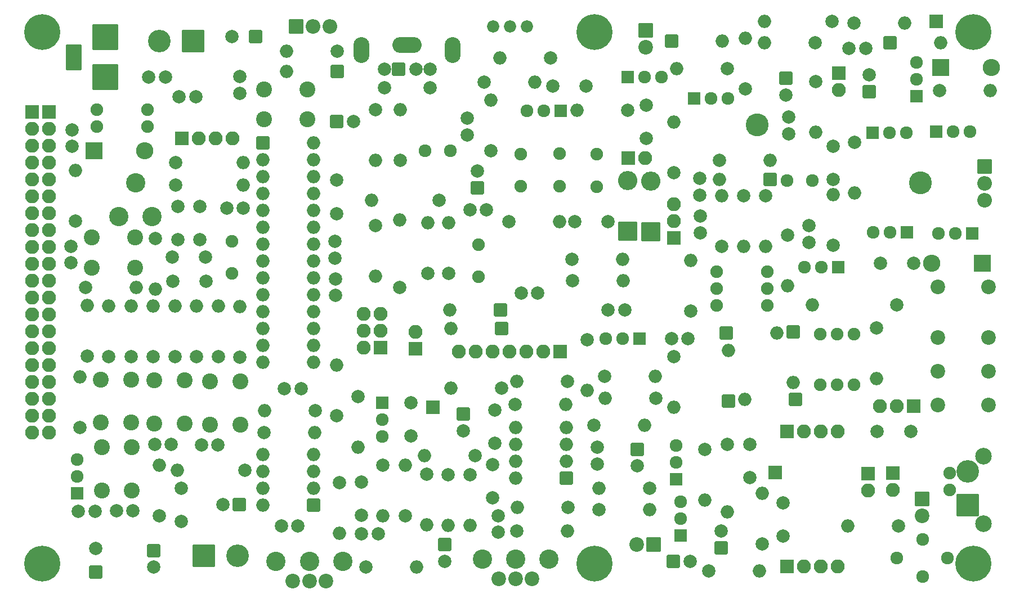
<source format=gbr>
%TF.GenerationSoftware,KiCad,Pcbnew,(6.0.11)*%
%TF.CreationDate,2023-02-05T16:44:35-06:00*%
%TF.ProjectId,RFBitBanger,52464269-7442-4616-9e67-65722e6b6963,rev?*%
%TF.SameCoordinates,Original*%
%TF.FileFunction,Soldermask,Bot*%
%TF.FilePolarity,Negative*%
%FSLAX46Y46*%
G04 Gerber Fmt 4.6, Leading zero omitted, Abs format (unit mm)*
G04 Created by KiCad (PCBNEW (6.0.11)) date 2023-02-05 16:44:35*
%MOMM*%
%LPD*%
G01*
G04 APERTURE LIST*
G04 Aperture macros list*
%AMRoundRect*
0 Rectangle with rounded corners*
0 $1 Rounding radius*
0 $2 $3 $4 $5 $6 $7 $8 $9 X,Y pos of 4 corners*
0 Add a 4 corners polygon primitive as box body*
4,1,4,$2,$3,$4,$5,$6,$7,$8,$9,$2,$3,0*
0 Add four circle primitives for the rounded corners*
1,1,$1+$1,$2,$3*
1,1,$1+$1,$4,$5*
1,1,$1+$1,$6,$7*
1,1,$1+$1,$8,$9*
0 Add four rect primitives between the rounded corners*
20,1,$1+$1,$2,$3,$4,$5,0*
20,1,$1+$1,$4,$5,$6,$7,0*
20,1,$1+$1,$6,$7,$8,$9,0*
20,1,$1+$1,$8,$9,$2,$3,0*%
G04 Aperture macros list end*
%ADD10C,1.924000*%
%ADD11RoundRect,0.200000X0.800000X0.800000X-0.800000X0.800000X-0.800000X-0.800000X0.800000X-0.800000X0*%
%ADD12C,2.000000*%
%ADD13O,2.000000X2.000000*%
%ADD14C,1.900000*%
%ADD15RoundRect,0.200000X0.850000X0.850000X-0.850000X0.850000X-0.850000X-0.850000X0.850000X-0.850000X0*%
%ADD16O,2.100000X2.100000*%
%ADD17C,1.920000*%
%ADD18RoundRect,0.200000X-0.760000X0.760000X-0.760000X-0.760000X0.760000X-0.760000X0.760000X0.760000X0*%
%ADD19RoundRect,0.200000X-0.760000X-0.760000X0.760000X-0.760000X0.760000X0.760000X-0.760000X0.760000X0*%
%ADD20RoundRect,0.200000X-0.850000X-0.850000X0.850000X-0.850000X0.850000X0.850000X-0.850000X0.850000X0*%
%ADD21RoundRect,0.200000X-0.850000X0.850000X-0.850000X-0.850000X0.850000X-0.850000X0.850000X0.850000X0*%
%ADD22RoundRect,0.200000X-0.800000X-0.800000X0.800000X-0.800000X0.800000X0.800000X-0.800000X0.800000X0*%
%ADD23RoundRect,0.200000X0.800000X-0.800000X0.800000X0.800000X-0.800000X0.800000X-0.800000X-0.800000X0*%
%ADD24RoundRect,0.200000X-0.800000X0.800000X-0.800000X-0.800000X0.800000X-0.800000X0.800000X0.800000X0*%
%ADD25RoundRect,0.200000X-1.100000X-1.100000X1.100000X-1.100000X1.100000X1.100000X-1.100000X1.100000X0*%
%ADD26O,2.600000X2.600000*%
%ADD27RoundRect,0.200000X0.900000X0.900000X-0.900000X0.900000X-0.900000X-0.900000X0.900000X-0.900000X0*%
%ADD28C,2.200000*%
%ADD29RoundRect,0.200000X1.250000X-1.250000X1.250000X1.250000X-1.250000X1.250000X-1.250000X-1.250000X0*%
%ADD30O,2.900000X2.900000*%
%ADD31RoundRect,0.200000X1.500000X1.500000X-1.500000X1.500000X-1.500000X-1.500000X1.500000X-1.500000X0*%
%ADD32C,3.400000*%
%ADD33RoundRect,0.200000X-1.750000X1.750000X-1.750000X-1.750000X1.750000X-1.750000X1.750000X1.750000X0*%
%ADD34RoundRect,0.200000X-1.000000X1.750000X-1.000000X-1.750000X1.000000X-1.750000X1.000000X1.750000X0*%
%ADD35RoundRect,0.200000X0.850000X-0.850000X0.850000X0.850000X-0.850000X0.850000X-0.850000X-0.850000X0*%
%ADD36RoundRect,0.200000X-1.500000X-1.500000X1.500000X-1.500000X1.500000X1.500000X-1.500000X1.500000X0*%
%ADD37RoundRect,0.200000X0.760000X0.760000X-0.760000X0.760000X-0.760000X-0.760000X0.760000X-0.760000X0*%
%ADD38RoundRect,0.200000X0.760000X-0.760000X0.760000X0.760000X-0.760000X0.760000X-0.760000X-0.760000X0*%
%ADD39C,2.400000*%
%ADD40RoundRect,0.200000X-0.900000X-0.900000X0.900000X-0.900000X0.900000X0.900000X-0.900000X0.900000X0*%
%ADD41O,2.200000X2.200000*%
%ADD42C,2.900000*%
%ADD43C,2.500000*%
%ADD44RoundRect,0.200000X1.500000X-1.500000X1.500000X1.500000X-1.500000X1.500000X-1.500000X-1.500000X0*%
%ADD45RoundRect,0.200000X-0.900000X0.900000X-0.900000X-0.900000X0.900000X-0.900000X0.900000X0.900000X0*%
%ADD46O,2.400000X3.900000*%
%ADD47O,4.400000X2.400000*%
%ADD48C,3.448000*%
%ADD49C,1.840000*%
%ADD50C,5.400000*%
%ADD51RoundRect,0.200000X1.100000X1.100000X-1.100000X1.100000X-1.100000X-1.100000X1.100000X-1.100000X0*%
G04 APERTURE END LIST*
D10*
%TO.C,L6*%
X157525000Y-82900000D03*
X161335000Y-82900000D03*
%TD*%
D11*
%TO.C,C15*%
X75120000Y-131650000D03*
D12*
X72620000Y-131650000D03*
%TD*%
%TO.C,R35*%
X106600000Y-96850000D03*
D13*
X106600000Y-89230000D03*
%TD*%
D14*
%TO.C,Y3*%
X111060000Y-92480000D03*
X111060000Y-97360000D03*
%TD*%
D15*
%TO.C,J9*%
X96360000Y-108020000D03*
D16*
X93820000Y-108020000D03*
X96360000Y-105480000D03*
X93820000Y-105480000D03*
X96360000Y-102940000D03*
X93820000Y-102940000D03*
%TD*%
D12*
%TO.C,R63*%
X124570000Y-132100000D03*
D13*
X116950000Y-132100000D03*
%TD*%
D12*
%TO.C,R32*%
X100090000Y-133350000D03*
D13*
X100090000Y-125730000D03*
%TD*%
D17*
%TO.C,Q5*%
X182800000Y-90830000D03*
X180260000Y-90830000D03*
D18*
X185340000Y-90830000D03*
%TD*%
D17*
%TO.C,Q4*%
X96640000Y-118870000D03*
X96640000Y-121410000D03*
D19*
X96640000Y-116330000D03*
%TD*%
D20*
%TO.C,JP4*%
X169660000Y-126990000D03*
D16*
X169660000Y-129530000D03*
%TD*%
D12*
%TO.C,R4*%
X116860000Y-135600000D03*
D13*
X124480000Y-135600000D03*
%TD*%
D21*
%TO.C,JP7*%
X176560000Y-116780000D03*
D16*
X174020000Y-116780000D03*
X171480000Y-116780000D03*
%TD*%
D12*
%TO.C,R39*%
X180435000Y-69295000D03*
D13*
X188055000Y-69295000D03*
%TD*%
D12*
%TO.C,C47*%
X120010000Y-99770000D03*
X117510000Y-99770000D03*
%TD*%
%TO.C,C2*%
X75185000Y-67215000D03*
X75185000Y-69715000D03*
%TD*%
D22*
%TO.C,C6*%
X89795000Y-73985000D03*
D12*
X92295000Y-73985000D03*
%TD*%
%TO.C,R31*%
X90220000Y-128320000D03*
D13*
X90220000Y-135940000D03*
%TD*%
D12*
%TO.C,C20*%
X160770000Y-89660000D03*
X160770000Y-92160000D03*
%TD*%
D17*
%TO.C,Q9*%
X162700000Y-95940000D03*
X160160000Y-95940000D03*
D18*
X165240000Y-95940000D03*
%TD*%
D12*
%TO.C,R20*%
X147690000Y-92760000D03*
D13*
X147690000Y-85140000D03*
%TD*%
D11*
%TO.C,U4*%
X124300000Y-127650000D03*
D13*
X116680000Y-120030000D03*
X124300000Y-125110000D03*
X116680000Y-122570000D03*
X124300000Y-122570000D03*
X116680000Y-125110000D03*
X124300000Y-120030000D03*
X116680000Y-127650000D03*
%TD*%
D12*
%TO.C,R19*%
X114530000Y-114130000D03*
D13*
X106910000Y-114130000D03*
%TD*%
D11*
%TO.C,D12*%
X158800000Y-115775000D03*
D13*
X151180000Y-115775000D03*
%TD*%
D15*
%TO.C,JP5*%
X140475000Y-91525000D03*
D16*
X140475000Y-88985000D03*
X140475000Y-86445000D03*
%TD*%
D12*
%TO.C,R9*%
X115710000Y-89080000D03*
D13*
X123330000Y-89080000D03*
%TD*%
D12*
%TO.C,R18*%
X124500000Y-113130000D03*
D13*
X116880000Y-113130000D03*
%TD*%
D12*
%TO.C,C1*%
X89570000Y-97680000D03*
X89570000Y-100180000D03*
%TD*%
%TO.C,C4*%
X69170000Y-86730000D03*
X69170000Y-91730000D03*
%TD*%
%TO.C,C5*%
X65880000Y-86730000D03*
X65880000Y-91730000D03*
%TD*%
%TO.C,C8*%
X65045000Y-94405000D03*
X70045000Y-94405000D03*
%TD*%
%TO.C,C9*%
X65085000Y-98065000D03*
X70085000Y-98065000D03*
%TD*%
%TO.C,C10*%
X69430000Y-122690000D03*
X71930000Y-122690000D03*
%TD*%
%TO.C,C11*%
X62400000Y-122550000D03*
X64900000Y-122550000D03*
%TD*%
D23*
%TO.C,C12*%
X110890000Y-83960000D03*
D12*
X110890000Y-81460000D03*
%TD*%
%TO.C,C13*%
X112320000Y-87280000D03*
X109820000Y-87280000D03*
%TD*%
%TO.C,C16*%
X56630000Y-132600000D03*
X59130000Y-132600000D03*
%TD*%
%TO.C,C17*%
X50930000Y-132660000D03*
X53430000Y-132660000D03*
%TD*%
D24*
%TO.C,C19*%
X62280000Y-138550000D03*
D12*
X62280000Y-141050000D03*
%TD*%
%TO.C,C21*%
X127265000Y-68645000D03*
X122265000Y-68645000D03*
%TD*%
%TO.C,C22*%
X136370000Y-71530000D03*
X136370000Y-76530000D03*
%TD*%
%TO.C,C25*%
X114080000Y-133300000D03*
X114080000Y-135800000D03*
%TD*%
%TO.C,C33*%
X84430000Y-114200000D03*
X81930000Y-114200000D03*
%TD*%
%TO.C,C34*%
X93500000Y-136060000D03*
X96000000Y-136060000D03*
%TD*%
%TO.C,C35*%
X113230000Y-125650000D03*
X113230000Y-130650000D03*
%TD*%
D25*
%TO.C,D1*%
X53280000Y-78380000D03*
D26*
X60900000Y-78380000D03*
%TD*%
D11*
%TO.C,D2*%
X89860000Y-66410000D03*
D13*
X82240000Y-66410000D03*
%TD*%
D27*
%TO.C,D3*%
X137410000Y-137630000D03*
D28*
X134870000Y-137630000D03*
%TD*%
D29*
%TO.C,D4*%
X133500000Y-90530000D03*
D30*
X133500000Y-82910000D03*
%TD*%
D29*
%TO.C,D5*%
X137000000Y-90550000D03*
D30*
X137000000Y-82930000D03*
%TD*%
D31*
%TO.C,J1*%
X68195000Y-61835000D03*
D32*
X63115000Y-61835000D03*
%TD*%
D33*
%TO.C,J2*%
X54955000Y-67305000D03*
X54955000Y-61305000D03*
D34*
X50255000Y-64305000D03*
%TD*%
D35*
%TO.C,J5*%
X66500000Y-76500000D03*
D16*
X69040000Y-76500000D03*
X71580000Y-76500000D03*
X74120000Y-76500000D03*
%TD*%
D36*
%TO.C,J11*%
X69800000Y-139350000D03*
D32*
X74880000Y-139350000D03*
%TD*%
D12*
%TO.C,L1*%
X65560000Y-83520000D03*
D13*
X75720000Y-83520000D03*
%TD*%
D12*
%TO.C,L2*%
X65575000Y-80155000D03*
D13*
X75735000Y-80155000D03*
%TD*%
D12*
%TO.C,L3*%
X105140000Y-85860000D03*
D13*
X94980000Y-85860000D03*
%TD*%
D12*
%TO.C,L9*%
X99210000Y-98960000D03*
D13*
X99210000Y-88800000D03*
%TD*%
D17*
%TO.C,Q1*%
X141500000Y-133760000D03*
X141500000Y-131220000D03*
D37*
X141500000Y-136300000D03*
%TD*%
D17*
%TO.C,Q2*%
X120950000Y-72390000D03*
X118410000Y-72390000D03*
D18*
X123490000Y-72390000D03*
%TD*%
D17*
%TO.C,Q3*%
X172890000Y-75630000D03*
X175430000Y-75630000D03*
D38*
X170350000Y-75630000D03*
%TD*%
D39*
%TO.C,SW1*%
X78825000Y-73615000D03*
X78825000Y-69115000D03*
X85325000Y-73615000D03*
X85325000Y-69115000D03*
%TD*%
%TO.C,SW2*%
X70745000Y-113075000D03*
X75245000Y-113075000D03*
X70745000Y-119575000D03*
X75245000Y-119575000D03*
%TD*%
%TO.C,SW3*%
X54325000Y-112815000D03*
X58825000Y-112815000D03*
X54325000Y-119315000D03*
X58825000Y-119315000D03*
%TD*%
%TO.C,SW4*%
X54445000Y-122985000D03*
X58945000Y-122985000D03*
X54445000Y-129485000D03*
X58945000Y-129485000D03*
%TD*%
%TO.C,SW5*%
X62365000Y-112925000D03*
X66865000Y-112925000D03*
X62365000Y-119425000D03*
X66865000Y-119425000D03*
%TD*%
D40*
%TO.C,U2*%
X83670000Y-59660000D03*
D41*
X86210000Y-59660000D03*
X88750000Y-59660000D03*
%TD*%
D14*
%TO.C,Y1*%
X74045000Y-91985000D03*
X74045000Y-96865000D03*
%TD*%
%TO.C,Y2*%
X117420000Y-78870000D03*
X117420000Y-83750000D03*
%TD*%
D22*
%TO.C,U1*%
X78675000Y-77165000D03*
D13*
X86295000Y-110185000D03*
X78675000Y-79705000D03*
X86295000Y-107645000D03*
X78675000Y-82245000D03*
X86295000Y-105105000D03*
X78675000Y-84785000D03*
X86295000Y-102565000D03*
X78675000Y-87325000D03*
X86295000Y-100025000D03*
X78675000Y-89865000D03*
X86295000Y-97485000D03*
X78675000Y-92405000D03*
X86295000Y-94945000D03*
X78675000Y-94945000D03*
X86295000Y-92405000D03*
X78675000Y-97485000D03*
X86295000Y-89865000D03*
X78675000Y-100025000D03*
X86295000Y-87325000D03*
X78675000Y-102565000D03*
X86295000Y-84785000D03*
X78675000Y-105105000D03*
X86295000Y-82245000D03*
X78675000Y-107645000D03*
X86295000Y-79705000D03*
X78675000Y-110185000D03*
X86295000Y-77165000D03*
%TD*%
D12*
%TO.C,C37*%
X81450000Y-134840000D03*
X83950000Y-134840000D03*
%TD*%
D11*
%TO.C,U3*%
X86300000Y-131700000D03*
D13*
X78680000Y-124080000D03*
X86300000Y-129160000D03*
X78680000Y-126620000D03*
X86300000Y-126620000D03*
X78680000Y-129160000D03*
X86300000Y-124080000D03*
X78680000Y-131700000D03*
%TD*%
D17*
%TO.C,Q6*%
X173020000Y-90680000D03*
X170480000Y-90680000D03*
D18*
X175560000Y-90680000D03*
%TD*%
D17*
%TO.C,Q7*%
X182500000Y-75520000D03*
X185040000Y-75520000D03*
D38*
X179960000Y-75520000D03*
%TD*%
D24*
%TO.C,C14*%
X157360000Y-67480000D03*
D12*
X157360000Y-69980000D03*
%TD*%
D42*
%TO.C,RV3*%
X59500000Y-83210000D03*
X62000000Y-88250000D03*
X57000000Y-88250000D03*
%TD*%
D12*
%TO.C,C42*%
X50010000Y-75210000D03*
X50010000Y-77710000D03*
%TD*%
D15*
%TO.C,JP3*%
X101610000Y-108200000D03*
D16*
X101610000Y-105660000D03*
%TD*%
D12*
%TO.C,R1*%
X89880000Y-63400000D03*
D13*
X82260000Y-63400000D03*
%TD*%
D12*
%TO.C,R2*%
X52020000Y-98940000D03*
D13*
X59640000Y-98940000D03*
%TD*%
D12*
%TO.C,R3*%
X65465000Y-109385000D03*
D13*
X65465000Y-101765000D03*
%TD*%
D12*
%TO.C,R6*%
X75215000Y-109415000D03*
D13*
X75215000Y-101795000D03*
%TD*%
D12*
%TO.C,R7*%
X95610000Y-89600000D03*
D13*
X95610000Y-97220000D03*
%TD*%
D12*
%TO.C,R8*%
X148530000Y-66020000D03*
D13*
X140910000Y-66020000D03*
%TD*%
D12*
%TO.C,R11*%
X63060000Y-133350000D03*
D13*
X63060000Y-125730000D03*
%TD*%
D12*
%TO.C,R12*%
X62165000Y-109355000D03*
D13*
X62165000Y-101735000D03*
%TD*%
D12*
%TO.C,R13*%
X55495000Y-109345000D03*
D13*
X55495000Y-101725000D03*
%TD*%
D12*
%TO.C,R14*%
X151260000Y-69090000D03*
D13*
X151260000Y-61470000D03*
%TD*%
D12*
%TO.C,R15*%
X112930000Y-78400000D03*
D13*
X112930000Y-70780000D03*
%TD*%
D12*
%TO.C,R16*%
X111980000Y-68060000D03*
D13*
X119600000Y-68060000D03*
%TD*%
D12*
%TO.C,R17*%
X133530000Y-72250000D03*
D13*
X125910000Y-72250000D03*
%TD*%
D12*
%TO.C,R21*%
X153770000Y-137580000D03*
D13*
X153770000Y-129960000D03*
%TD*%
D12*
%TO.C,R23*%
X109840000Y-127140000D03*
D13*
X109840000Y-134760000D03*
%TD*%
D12*
%TO.C,R26*%
X110570000Y-124240000D03*
D13*
X102950000Y-124240000D03*
%TD*%
D12*
%TO.C,R27*%
X106510000Y-127150000D03*
D13*
X106510000Y-134770000D03*
%TD*%
D12*
%TO.C,R29*%
X71955000Y-109365000D03*
D13*
X71955000Y-101745000D03*
%TD*%
D12*
%TO.C,R30*%
X86530000Y-117460000D03*
D13*
X78910000Y-117460000D03*
%TD*%
D12*
%TO.C,R33*%
X68675000Y-109385000D03*
D13*
X68675000Y-101765000D03*
%TD*%
D12*
%TO.C,R34*%
X96740000Y-125690000D03*
D13*
X96740000Y-133310000D03*
%TD*%
D12*
%TO.C,R36*%
X103270000Y-127100000D03*
D13*
X103270000Y-134720000D03*
%TD*%
D12*
%TO.C,R37*%
X94160000Y-141010000D03*
D13*
X101780000Y-141010000D03*
%TD*%
D12*
%TO.C,R46*%
X52275000Y-109325000D03*
D13*
X52275000Y-101705000D03*
%TD*%
D12*
%TO.C,R47*%
X58825000Y-109345000D03*
D13*
X58825000Y-101725000D03*
%TD*%
D12*
%TO.C,R24*%
X93020000Y-115380000D03*
D13*
X93020000Y-123000000D03*
%TD*%
D12*
%TO.C,C44*%
X68585000Y-70295000D03*
X66085000Y-70295000D03*
%TD*%
D11*
%TO.C,D10*%
X114440000Y-102370000D03*
D13*
X106820000Y-102370000D03*
%TD*%
D11*
%TO.C,D14*%
X114530000Y-105110000D03*
D13*
X106910000Y-105110000D03*
%TD*%
D12*
%TO.C,R48*%
X103440000Y-96850000D03*
D13*
X103440000Y-89230000D03*
%TD*%
D12*
%TO.C,R49*%
X125120000Y-94680000D03*
D13*
X132740000Y-94680000D03*
%TD*%
D12*
%TO.C,R50*%
X125200000Y-97920000D03*
D13*
X132820000Y-97920000D03*
%TD*%
D14*
%TO.C,J12*%
X181945000Y-129425000D03*
X181945000Y-126885000D03*
D43*
X187025000Y-124345000D03*
X187025000Y-134505000D03*
D44*
X184673000Y-131711000D03*
D32*
X184673000Y-126631000D03*
%TD*%
D28*
%TO.C,RLY1*%
X187775000Y-106465000D03*
X187775000Y-116625000D03*
X187775000Y-111545000D03*
X180175000Y-111545000D03*
X180175000Y-106465000D03*
X180175000Y-116625000D03*
X187775000Y-98845000D03*
X180175000Y-98845000D03*
%TD*%
D12*
%TO.C,C30*%
X140130000Y-106640000D03*
X142630000Y-106640000D03*
%TD*%
D24*
%TO.C,D9*%
X158450000Y-105625000D03*
D13*
X158450000Y-113245000D03*
%TD*%
D22*
%TO.C,D11*%
X148325000Y-105800000D03*
D13*
X155945000Y-105800000D03*
%TD*%
D23*
%TO.C,D13*%
X148675000Y-116050000D03*
D13*
X148675000Y-108430000D03*
%TD*%
D12*
%TO.C,R5*%
X140470000Y-109350000D03*
D13*
X140470000Y-116970000D03*
%TD*%
D12*
%TO.C,R22*%
X145740000Y-141600000D03*
D13*
X153360000Y-141600000D03*
%TD*%
D12*
%TO.C,R25*%
X170920000Y-105050000D03*
D13*
X170920000Y-112670000D03*
%TD*%
D23*
%TO.C,C36*%
X169875000Y-69455000D03*
D12*
X169875000Y-66955000D03*
%TD*%
D17*
%TO.C,Q8*%
X146070000Y-70490000D03*
X148610000Y-70490000D03*
D38*
X143530000Y-70490000D03*
%TD*%
D12*
%TO.C,R38*%
X167585000Y-59145000D03*
D13*
X175205000Y-59145000D03*
%TD*%
D20*
%TO.C,JP1*%
X165265000Y-66695000D03*
D16*
X165265000Y-69235000D03*
%TD*%
D24*
%TO.C,C39*%
X105990000Y-137650000D03*
D12*
X105990000Y-140150000D03*
%TD*%
D24*
%TO.C,C40*%
X108850000Y-118040000D03*
D12*
X108850000Y-120540000D03*
%TD*%
D20*
%TO.C,JP2*%
X173430000Y-126910000D03*
D16*
X173430000Y-129450000D03*
%TD*%
D10*
%TO.C,T3*%
X174000000Y-139700000D03*
X181620000Y-139700000D03*
X177873500Y-142494000D03*
X177873500Y-136906000D03*
%TD*%
D45*
%TO.C,D16*%
X177810000Y-130820000D03*
D28*
X177810000Y-133360000D03*
%TD*%
D12*
%TO.C,R28*%
X174230000Y-134840000D03*
D13*
X166610000Y-134840000D03*
%TD*%
D11*
%TO.C,D17*%
X154960000Y-82730000D03*
D13*
X147340000Y-82730000D03*
%TD*%
D12*
%TO.C,C46*%
X109440000Y-73480000D03*
X109440000Y-75980000D03*
%TD*%
%TO.C,R51*%
X164440000Y-92580000D03*
D13*
X164440000Y-84960000D03*
%TD*%
D12*
%TO.C,R52*%
X150960000Y-85130000D03*
D13*
X150960000Y-92750000D03*
%TD*%
D12*
%TO.C,C24*%
X157780000Y-73340000D03*
X157780000Y-75840000D03*
%TD*%
%TO.C,R53*%
X154260000Y-85130000D03*
D13*
X154260000Y-92750000D03*
%TD*%
D23*
%TO.C,C49*%
X147630000Y-138140000D03*
D12*
X147630000Y-135640000D03*
%TD*%
D22*
%TO.C,C50*%
X140400000Y-140200000D03*
D12*
X142900000Y-140200000D03*
%TD*%
%TO.C,C51*%
X144420000Y-88230000D03*
X144420000Y-90730000D03*
%TD*%
D24*
%TO.C,C52*%
X134990000Y-123330000D03*
D12*
X134990000Y-125830000D03*
%TD*%
%TO.C,C54*%
X128930000Y-125500000D03*
X128930000Y-123000000D03*
%TD*%
%TO.C,C55*%
X133080000Y-102340000D03*
X130580000Y-102340000D03*
%TD*%
%TO.C,C56*%
X144370000Y-82530000D03*
X144370000Y-85030000D03*
%TD*%
%TO.C,L5*%
X148500000Y-122540000D03*
D13*
X148500000Y-132700000D03*
%TD*%
D17*
%TO.C,Q10*%
X132760000Y-106675000D03*
X130220000Y-106675000D03*
D18*
X135300000Y-106675000D03*
%TD*%
D17*
%TO.C,Q11*%
X140800000Y-125260000D03*
X140800000Y-122720000D03*
D37*
X140800000Y-127800000D03*
%TD*%
D17*
%TO.C,Q12*%
X136090000Y-67310000D03*
X138630000Y-67310000D03*
D38*
X133550000Y-67310000D03*
%TD*%
D17*
%TO.C,Q13*%
X176995000Y-67615000D03*
X176995000Y-65075000D03*
D37*
X176995000Y-70155000D03*
%TD*%
D12*
%TO.C,R54*%
X143000000Y-102500000D03*
D13*
X143000000Y-94880000D03*
%TD*%
D12*
%TO.C,R55*%
X127460000Y-106870000D03*
D13*
X127460000Y-114490000D03*
%TD*%
D12*
%TO.C,R56*%
X137730000Y-115670000D03*
D13*
X130110000Y-115670000D03*
%TD*%
D12*
%TO.C,R57*%
X145120000Y-123330000D03*
D13*
X145120000Y-130950000D03*
%TD*%
D12*
%TO.C,R58*%
X129190000Y-132440000D03*
D13*
X136810000Y-132440000D03*
%TD*%
D12*
%TO.C,R59*%
X130070000Y-112320000D03*
D13*
X137690000Y-112320000D03*
%TD*%
D12*
%TO.C,R60*%
X136820000Y-129170000D03*
D13*
X129200000Y-129170000D03*
%TD*%
D12*
%TO.C,R61*%
X128440000Y-119670000D03*
D13*
X136060000Y-119670000D03*
%TD*%
D12*
%TO.C,R62*%
X116575000Y-116600000D03*
D13*
X124195000Y-116600000D03*
%TD*%
D12*
%TO.C,R65*%
X121920000Y-64370000D03*
D13*
X114300000Y-64370000D03*
%TD*%
D12*
%TO.C,R66*%
X157580000Y-91090000D03*
D13*
X157580000Y-98710000D03*
%TD*%
D12*
%TO.C,R67*%
X147330000Y-79800000D03*
D13*
X154950000Y-79800000D03*
%TD*%
D12*
%TO.C,R68*%
X140455000Y-81645000D03*
D13*
X140455000Y-74025000D03*
%TD*%
D14*
%TO.C,Y4*%
X123250000Y-78830000D03*
X123250000Y-83710000D03*
%TD*%
D12*
%TO.C,C43*%
X156930000Y-131410000D03*
X156930000Y-136410000D03*
%TD*%
D46*
%TO.C,P1*%
X107225000Y-63225000D03*
X93525000Y-63225000D03*
D11*
X99075000Y-66075000D03*
D12*
X101675000Y-66075000D03*
X96975000Y-66075000D03*
X103775000Y-66075000D03*
X96975000Y-68875000D03*
X103775000Y-68875000D03*
D47*
X100375000Y-62425000D03*
%TD*%
D12*
%TO.C,R64*%
X95570000Y-72240000D03*
D13*
X95570000Y-79860000D03*
%TD*%
D12*
%TO.C,R70*%
X99300000Y-79840000D03*
D13*
X99300000Y-72220000D03*
%TD*%
D48*
%TO.C,J8*%
X153000000Y-74500000D03*
%TD*%
%TO.C,J13*%
X177600000Y-83200000D03*
%TD*%
D45*
%TO.C,D19*%
X136260000Y-60290000D03*
D28*
X136260000Y-62830000D03*
%TD*%
D12*
%TO.C,R71*%
X161740000Y-62140000D03*
D13*
X154120000Y-62140000D03*
%TD*%
D12*
%TO.C,C32*%
X176560000Y-95330000D03*
X171560000Y-95330000D03*
%TD*%
D17*
%TO.C,Q14*%
X50720000Y-127380000D03*
X50720000Y-124840000D03*
D37*
X50720000Y-129920000D03*
%TD*%
D12*
%TO.C,R72*%
X51165000Y-120055000D03*
D13*
X51165000Y-112435000D03*
%TD*%
D12*
%TO.C,C38*%
X166835000Y-63005000D03*
X169335000Y-63005000D03*
%TD*%
%TO.C,R73*%
X161810000Y-67930000D03*
D13*
X161810000Y-75550000D03*
%TD*%
D49*
%TO.C,RV4*%
X113320000Y-59680000D03*
X115860000Y-59680000D03*
X118400000Y-59680000D03*
%TD*%
D12*
%TO.C,R74*%
X167640000Y-77110000D03*
D13*
X167640000Y-84730000D03*
%TD*%
D12*
%TO.C,L11*%
X164290000Y-58870000D03*
D13*
X154130000Y-58870000D03*
%TD*%
D50*
%TO.C,J3*%
X45500000Y-60500000D03*
%TD*%
%TO.C,J4*%
X185500000Y-60500000D03*
%TD*%
%TO.C,J6*%
X185500000Y-140500000D03*
%TD*%
%TO.C,J7*%
X45500000Y-140500000D03*
%TD*%
D12*
%TO.C,C41*%
X66370000Y-129190000D03*
X66370000Y-134190000D03*
%TD*%
%TO.C,C58*%
X63985000Y-67305000D03*
X61485000Y-67305000D03*
%TD*%
D14*
%TO.C,T4*%
X53690000Y-72230000D03*
X61310000Y-72230000D03*
X53690000Y-74770000D03*
X61310000Y-74770000D03*
%TD*%
%TO.C,Y5*%
X128890000Y-78910000D03*
X128890000Y-83790000D03*
%TD*%
D12*
%TO.C,C27*%
X151940000Y-127560000D03*
X151940000Y-122560000D03*
%TD*%
D51*
%TO.C,D6*%
X186880000Y-95330000D03*
D26*
X179260000Y-95330000D03*
%TD*%
D12*
%TO.C,C59*%
X75710000Y-87050000D03*
X73210000Y-87050000D03*
%TD*%
%TO.C,R76*%
X89730000Y-118300000D03*
D13*
X89730000Y-110680000D03*
%TD*%
D12*
%TO.C,R41*%
X173990000Y-101600000D03*
D13*
X161290000Y-101600000D03*
%TD*%
D12*
%TO.C,C7*%
X89725000Y-82825000D03*
X89725000Y-87825000D03*
%TD*%
%TO.C,L10*%
X76000000Y-126490000D03*
D13*
X65840000Y-126490000D03*
%TD*%
D20*
%TO.C,J14*%
X104220000Y-116960000D03*
%TD*%
%TO.C,J15*%
X155710000Y-126800000D03*
%TD*%
%TO.C,J16*%
X179900000Y-58900000D03*
%TD*%
D11*
%TO.C,C3*%
X77530000Y-61230000D03*
D12*
X74030000Y-61230000D03*
%TD*%
D10*
%TO.C,L4*%
X103035000Y-78340000D03*
X106845000Y-78340000D03*
%TD*%
D14*
%TO.C,T1*%
X154545000Y-101645000D03*
X146925000Y-101645000D03*
X154545000Y-99105000D03*
X146925000Y-99105000D03*
X154545000Y-96565000D03*
X146925000Y-96565000D03*
%TD*%
%TO.C,T2*%
X162480000Y-113580000D03*
X162480000Y-105960000D03*
X165020000Y-113580000D03*
X165020000Y-105960000D03*
X167560000Y-113580000D03*
X167560000Y-105960000D03*
%TD*%
D45*
%TO.C,Q15*%
X187210000Y-80770000D03*
D41*
X187210000Y-83310000D03*
X187210000Y-85850000D03*
%TD*%
D12*
%TO.C,C57*%
X89510000Y-94510000D03*
X89510000Y-92010000D03*
%TD*%
%TO.C,C45*%
X113580000Y-117380000D03*
X113580000Y-122380000D03*
%TD*%
%TO.C,C18*%
X100950000Y-121330000D03*
X100950000Y-116330000D03*
%TD*%
%TO.C,C60*%
X93460000Y-133270000D03*
X93460000Y-128270000D03*
%TD*%
%TO.C,R10*%
X78870000Y-120780000D03*
D13*
X86490000Y-120780000D03*
%TD*%
D35*
%TO.C,JP8*%
X133660000Y-79450000D03*
D16*
X136200000Y-79450000D03*
%TD*%
D50*
%TO.C,J20*%
X128500000Y-60500000D03*
%TD*%
%TO.C,J21*%
X128500000Y-140500000D03*
%TD*%
D22*
%TO.C,D15*%
X172975000Y-62105000D03*
D13*
X180595000Y-62105000D03*
%TD*%
D22*
%TO.C,D18*%
X140170000Y-61850000D03*
D13*
X147790000Y-61850000D03*
%TD*%
D28*
%TO.C,RV1*%
X83160000Y-143190000D03*
X85660000Y-143190000D03*
X88160000Y-143190000D03*
D42*
X85660000Y-140190000D03*
X80660000Y-140190000D03*
X90660000Y-140190000D03*
%TD*%
D28*
%TO.C,RV2*%
X114160000Y-142840000D03*
X116660000Y-142840000D03*
X119160000Y-142840000D03*
D42*
X116660000Y-139840000D03*
X111660000Y-139840000D03*
X121660000Y-139840000D03*
%TD*%
D20*
%TO.C,U5*%
X46500000Y-72500000D03*
D16*
X46500000Y-75040000D03*
X46500000Y-77580000D03*
X46500000Y-80120000D03*
X46500000Y-82660000D03*
X46500000Y-85200000D03*
X46500000Y-87740000D03*
X46500000Y-90280000D03*
X46500000Y-92820000D03*
X46500000Y-95360000D03*
X46500000Y-97900000D03*
X46500000Y-100440000D03*
X46500000Y-102980000D03*
X46500000Y-105520000D03*
X46500000Y-108060000D03*
X46500000Y-110600000D03*
X46500000Y-113140000D03*
X46500000Y-115680000D03*
X46500000Y-118220000D03*
X46500000Y-120760000D03*
%TD*%
D12*
%TO.C,C48*%
X125600000Y-89060000D03*
X130600000Y-89060000D03*
%TD*%
D25*
%TO.C,D8*%
X180605000Y-65885000D03*
D26*
X188225000Y-65885000D03*
%TD*%
D21*
%TO.C,J10*%
X123380000Y-108630000D03*
D16*
X120840000Y-108630000D03*
X118300000Y-108630000D03*
X115760000Y-108630000D03*
X113220000Y-108630000D03*
X110680000Y-108630000D03*
X108140000Y-108630000D03*
%TD*%
D12*
%TO.C,C61*%
X49840000Y-95260000D03*
X49840000Y-92760000D03*
%TD*%
%TO.C,R40*%
X50490000Y-88990000D03*
D13*
X50490000Y-81370000D03*
%TD*%
D12*
%TO.C,R75*%
X62480000Y-91600000D03*
D13*
X62480000Y-99220000D03*
%TD*%
D39*
%TO.C,SW6*%
X52910000Y-95960000D03*
X52910000Y-91460000D03*
X59410000Y-95960000D03*
X59410000Y-91460000D03*
%TD*%
D23*
%TO.C,C53*%
X53560000Y-141770000D03*
D12*
X53560000Y-138270000D03*
%TD*%
D20*
%TO.C,J19*%
X43960000Y-72500000D03*
D16*
X43960000Y-75040000D03*
X43960000Y-77580000D03*
X43960000Y-80120000D03*
X43960000Y-82660000D03*
X43960000Y-85200000D03*
X43960000Y-87740000D03*
X43960000Y-90280000D03*
X43960000Y-92820000D03*
X43960000Y-95360000D03*
X43960000Y-97900000D03*
X43960000Y-100440000D03*
X43960000Y-102980000D03*
X43960000Y-105520000D03*
X43960000Y-108060000D03*
X43960000Y-110600000D03*
X43960000Y-113140000D03*
X43960000Y-115680000D03*
X43960000Y-118220000D03*
X43960000Y-120760000D03*
%TD*%
D35*
%TO.C,J17*%
X157480000Y-120650000D03*
D16*
X160020000Y-120650000D03*
X162560000Y-120650000D03*
X165100000Y-120650000D03*
%TD*%
D35*
%TO.C,J18*%
X157480000Y-140970000D03*
D16*
X160020000Y-140970000D03*
X162560000Y-140970000D03*
X165100000Y-140970000D03*
%TD*%
D12*
%TO.C,C26*%
X176080000Y-120620000D03*
X171080000Y-120620000D03*
%TD*%
%TO.C,C23*%
X164400000Y-82680000D03*
X164400000Y-77680000D03*
%TD*%
M02*

</source>
